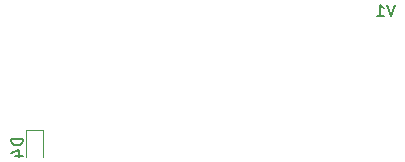
<source format=gbr>
G04 #@! TF.GenerationSoftware,KiCad,Pcbnew,5.1.2*
G04 #@! TF.CreationDate,2019-05-10T12:40:58-05:00*
G04 #@! TF.ProjectId,BreadboardPwr,42726561-6462-46f6-9172-645077722e6b,rev?*
G04 #@! TF.SameCoordinates,Original*
G04 #@! TF.FileFunction,Legend,Bot*
G04 #@! TF.FilePolarity,Positive*
%FSLAX46Y46*%
G04 Gerber Fmt 4.6, Leading zero omitted, Abs format (unit mm)*
G04 Created by KiCad (PCBNEW 5.1.2) date 2019-05-10 12:40:58*
%MOMM*%
%LPD*%
G04 APERTURE LIST*
%ADD10C,0.150000*%
%ADD11C,0.120000*%
G04 APERTURE END LIST*
D10*
X163509523Y-97152380D02*
X163176190Y-98152380D01*
X162842857Y-97152380D01*
X161985714Y-98152380D02*
X162557142Y-98152380D01*
X162271428Y-98152380D02*
X162271428Y-97152380D01*
X162366666Y-97295238D01*
X162461904Y-97390476D01*
X162557142Y-97438095D01*
D11*
X132265000Y-110037500D02*
X132265000Y-107752500D01*
X132265000Y-107752500D02*
X133735000Y-107752500D01*
X133735000Y-107752500D02*
X133735000Y-110037500D01*
D10*
X132022380Y-108499404D02*
X131022380Y-108499404D01*
X131022380Y-108737500D01*
X131070000Y-108880357D01*
X131165238Y-108975595D01*
X131260476Y-109023214D01*
X131450952Y-109070833D01*
X131593809Y-109070833D01*
X131784285Y-109023214D01*
X131879523Y-108975595D01*
X131974761Y-108880357D01*
X132022380Y-108737500D01*
X132022380Y-108499404D01*
X131355714Y-109927976D02*
X132022380Y-109927976D01*
X130974761Y-109689880D02*
X131689047Y-109451785D01*
X131689047Y-110070833D01*
M02*

</source>
